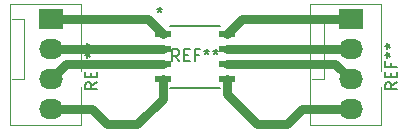
<source format=gto>
%TF.GenerationSoftware,KiCad,Pcbnew,(7.0.0)*%
%TF.CreationDate,2024-01-24T18:28:03-05:00*%
%TF.ProjectId,LPF-Eval-Board,4c50462d-4576-4616-9c2d-426f6172642e,rev?*%
%TF.SameCoordinates,Original*%
%TF.FileFunction,Legend,Top*%
%TF.FilePolarity,Positive*%
%FSLAX46Y46*%
G04 Gerber Fmt 4.6, Leading zero omitted, Abs format (unit mm)*
G04 Created by KiCad (PCBNEW (7.0.0)) date 2024-01-24 18:28:03*
%MOMM*%
%LPD*%
G01*
G04 APERTURE LIST*
%ADD10C,0.150000*%
%ADD11C,0.120000*%
%ADD12C,0.152400*%
%TA.AperFunction,ComponentPad*%
%ADD13O,2.030000X1.730000*%
%TD*%
%TA.AperFunction,ComponentPad*%
%ADD14R,2.030000X1.730000*%
%TD*%
%TA.AperFunction,SMDPad,CuDef*%
%ADD15R,1.460500X0.533400*%
%TD*%
%TA.AperFunction,Conductor*%
%ADD16C,0.762000*%
%TD*%
%TA.AperFunction,Conductor*%
%ADD17C,0.000000*%
%TD*%
G04 APERTURE END LIST*
D10*
%TO.C,REF\u002A\u002A*%
X141377380Y-82813333D02*
X140901190Y-83146666D01*
X141377380Y-83384761D02*
X140377380Y-83384761D01*
X140377380Y-83384761D02*
X140377380Y-83003809D01*
X140377380Y-83003809D02*
X140425000Y-82908571D01*
X140425000Y-82908571D02*
X140472619Y-82860952D01*
X140472619Y-82860952D02*
X140567857Y-82813333D01*
X140567857Y-82813333D02*
X140710714Y-82813333D01*
X140710714Y-82813333D02*
X140805952Y-82860952D01*
X140805952Y-82860952D02*
X140853571Y-82908571D01*
X140853571Y-82908571D02*
X140901190Y-83003809D01*
X140901190Y-83003809D02*
X140901190Y-83384761D01*
X140853571Y-82384761D02*
X140853571Y-82051428D01*
X141377380Y-81908571D02*
X141377380Y-82384761D01*
X141377380Y-82384761D02*
X140377380Y-82384761D01*
X140377380Y-82384761D02*
X140377380Y-81908571D01*
X140853571Y-81146666D02*
X140853571Y-81479999D01*
X141377380Y-81479999D02*
X140377380Y-81479999D01*
X140377380Y-81479999D02*
X140377380Y-81003809D01*
X140377380Y-80479999D02*
X140615476Y-80479999D01*
X140520238Y-80718094D02*
X140615476Y-80479999D01*
X140615476Y-80479999D02*
X140520238Y-80241904D01*
X140805952Y-80622856D02*
X140615476Y-80479999D01*
X140615476Y-80479999D02*
X140805952Y-80337142D01*
X140377380Y-79718094D02*
X140615476Y-79718094D01*
X140520238Y-79956189D02*
X140615476Y-79718094D01*
X140615476Y-79718094D02*
X140520238Y-79479999D01*
X140805952Y-79860951D02*
X140615476Y-79718094D01*
X140615476Y-79718094D02*
X140805952Y-79575237D01*
X166777380Y-82813333D02*
X166301190Y-83146666D01*
X166777380Y-83384761D02*
X165777380Y-83384761D01*
X165777380Y-83384761D02*
X165777380Y-83003809D01*
X165777380Y-83003809D02*
X165825000Y-82908571D01*
X165825000Y-82908571D02*
X165872619Y-82860952D01*
X165872619Y-82860952D02*
X165967857Y-82813333D01*
X165967857Y-82813333D02*
X166110714Y-82813333D01*
X166110714Y-82813333D02*
X166205952Y-82860952D01*
X166205952Y-82860952D02*
X166253571Y-82908571D01*
X166253571Y-82908571D02*
X166301190Y-83003809D01*
X166301190Y-83003809D02*
X166301190Y-83384761D01*
X166253571Y-82384761D02*
X166253571Y-82051428D01*
X166777380Y-81908571D02*
X166777380Y-82384761D01*
X166777380Y-82384761D02*
X165777380Y-82384761D01*
X165777380Y-82384761D02*
X165777380Y-81908571D01*
X166253571Y-81146666D02*
X166253571Y-81479999D01*
X166777380Y-81479999D02*
X165777380Y-81479999D01*
X165777380Y-81479999D02*
X165777380Y-81003809D01*
X165777380Y-80479999D02*
X166015476Y-80479999D01*
X165920238Y-80718094D02*
X166015476Y-80479999D01*
X166015476Y-80479999D02*
X165920238Y-80241904D01*
X166205952Y-80622856D02*
X166015476Y-80479999D01*
X166015476Y-80479999D02*
X166205952Y-80337142D01*
X165777380Y-79718094D02*
X166015476Y-79718094D01*
X165920238Y-79956189D02*
X166015476Y-79718094D01*
X166015476Y-79718094D02*
X165920238Y-79479999D01*
X166205952Y-79860951D02*
X166015476Y-79718094D01*
X166015476Y-79718094D02*
X166205952Y-79575237D01*
X148342516Y-81012380D02*
X148009183Y-80536190D01*
X147771088Y-81012380D02*
X147771088Y-80012380D01*
X147771088Y-80012380D02*
X148152040Y-80012380D01*
X148152040Y-80012380D02*
X148247278Y-80060000D01*
X148247278Y-80060000D02*
X148294897Y-80107619D01*
X148294897Y-80107619D02*
X148342516Y-80202857D01*
X148342516Y-80202857D02*
X148342516Y-80345714D01*
X148342516Y-80345714D02*
X148294897Y-80440952D01*
X148294897Y-80440952D02*
X148247278Y-80488571D01*
X148247278Y-80488571D02*
X148152040Y-80536190D01*
X148152040Y-80536190D02*
X147771088Y-80536190D01*
X148771088Y-80488571D02*
X149104421Y-80488571D01*
X149247278Y-81012380D02*
X148771088Y-81012380D01*
X148771088Y-81012380D02*
X148771088Y-80012380D01*
X148771088Y-80012380D02*
X149247278Y-80012380D01*
X150009183Y-80488571D02*
X149675850Y-80488571D01*
X149675850Y-81012380D02*
X149675850Y-80012380D01*
X149675850Y-80012380D02*
X150152040Y-80012380D01*
X150675850Y-80012380D02*
X150675850Y-80250476D01*
X150437755Y-80155238D02*
X150675850Y-80250476D01*
X150675850Y-80250476D02*
X150913945Y-80155238D01*
X150532993Y-80440952D02*
X150675850Y-80250476D01*
X150675850Y-80250476D02*
X150818707Y-80440952D01*
X151437755Y-80012380D02*
X151437755Y-80250476D01*
X151199660Y-80155238D02*
X151437755Y-80250476D01*
X151437755Y-80250476D02*
X151675850Y-80155238D01*
X151294898Y-80440952D02*
X151437755Y-80250476D01*
X151437755Y-80250476D02*
X151580612Y-80440952D01*
X146697700Y-76430980D02*
X146697700Y-76669076D01*
X146459605Y-76573838D02*
X146697700Y-76669076D01*
X146697700Y-76669076D02*
X146935795Y-76573838D01*
X146554843Y-76859552D02*
X146697700Y-76669076D01*
X146697700Y-76669076D02*
X146840557Y-76859552D01*
X146697700Y-76430980D02*
X146697700Y-76669076D01*
X146459605Y-76573838D02*
X146697700Y-76669076D01*
X146697700Y-76669076D02*
X146935795Y-76573838D01*
X146554843Y-76859552D02*
X146697700Y-76669076D01*
X146697700Y-76669076D02*
X146840557Y-76859552D01*
D11*
X134060000Y-86430000D02*
X134060000Y-76130000D01*
X140010000Y-86430000D02*
X134060000Y-86430000D01*
X140010000Y-83230000D02*
X140010000Y-86430000D01*
X135170000Y-82560000D02*
X134160000Y-82560000D01*
X134160000Y-77480000D02*
X135170000Y-77480000D01*
X135170000Y-77480000D02*
X135170000Y-82560000D01*
X134060000Y-76130000D02*
X140060000Y-76130000D01*
X140060000Y-76130000D02*
X140060000Y-81880000D01*
X159460000Y-86430000D02*
X159460000Y-76130000D01*
X160570000Y-77480000D02*
X160570000Y-82560000D01*
X165410000Y-83230000D02*
X165410000Y-86430000D01*
X159560000Y-77480000D02*
X160570000Y-77480000D01*
X160570000Y-82560000D02*
X159560000Y-82560000D01*
X165410000Y-86430000D02*
X159460000Y-86430000D01*
X159460000Y-76130000D02*
X165460000Y-76130000D01*
X165460000Y-76130000D02*
X165460000Y-81880000D01*
D12*
X151796750Y-78016100D02*
X147554950Y-78016100D01*
X147554950Y-83273900D02*
X151796750Y-83273900D01*
%TD*%
D13*
%TO.P,REF\u002A\u002A,4*%
%TO.N,N/C*%
X137459999Y-85099999D03*
%TO.P,REF\u002A\u002A,3*%
X137459999Y-82559999D03*
%TO.P,REF\u002A\u002A,2*%
X137459999Y-80019999D03*
D14*
%TO.P,REF\u002A\u002A,1*%
X137459999Y-77479999D03*
%TD*%
%TO.P,REF\u002A\u002A,1*%
%TO.N,N/C*%
X162859999Y-77479999D03*
D13*
%TO.P,REF\u002A\u002A,2*%
X162859999Y-80019999D03*
%TO.P,REF\u002A\u002A,3*%
X162859999Y-82559999D03*
%TO.P,REF\u002A\u002A,4*%
X162859999Y-85099999D03*
%TD*%
D15*
%TO.P,REF\u002A\u002A,8*%
%TO.N,N/C*%
X152399999Y-78739999D03*
%TO.P,REF\u002A\u002A,7*%
X152399999Y-80009999D03*
%TO.P,REF\u002A\u002A,6*%
X152399999Y-81279999D03*
%TO.P,REF\u002A\u002A,5*%
X152399999Y-82549999D03*
%TO.P,REF\u002A\u002A,4*%
X146951699Y-82549999D03*
%TO.P,REF\u002A\u002A,3*%
X146951699Y-81279999D03*
%TO.P,REF\u002A\u002A,2*%
X146951699Y-80009999D03*
%TO.P,REF\u002A\u002A,1*%
X146951699Y-78739999D03*
%TD*%
D16*
%TO.N,*%
X157480000Y-86360000D02*
X158740000Y-85100000D01*
X158740000Y-85100000D02*
X162860000Y-85100000D01*
X154940000Y-86360000D02*
X157480000Y-86360000D01*
X152400000Y-83820000D02*
X154940000Y-86360000D01*
X152400000Y-82550000D02*
X152400000Y-83820000D01*
X144780000Y-86360000D02*
X142240000Y-86360000D01*
X142240000Y-86360000D02*
X140980000Y-85100000D01*
X140980000Y-85100000D02*
X137460000Y-85100000D01*
X146951700Y-84188300D02*
X144780000Y-86360000D01*
X146951700Y-82550000D02*
X146951700Y-84188300D01*
X146951700Y-81280000D02*
X138740000Y-81280000D01*
X138740000Y-81280000D02*
X137460000Y-82560000D01*
X161580000Y-81280000D02*
X162860000Y-82560000D01*
X152400000Y-81280000D02*
X161580000Y-81280000D01*
X162850000Y-80010000D02*
X162860000Y-80020000D01*
X152400000Y-80010000D02*
X162850000Y-80010000D01*
X137470000Y-80010000D02*
X137460000Y-80020000D01*
X146951700Y-80010000D02*
X137470000Y-80010000D01*
X145691700Y-77480000D02*
X146951700Y-78740000D01*
X137460000Y-77480000D02*
X145691700Y-77480000D01*
X162860000Y-77480000D02*
X153660000Y-77480000D01*
X153660000Y-77480000D02*
X152400000Y-78740000D01*
D17*
X145738850Y-81026000D02*
X146119850Y-81407000D01*
%TD*%
M02*

</source>
